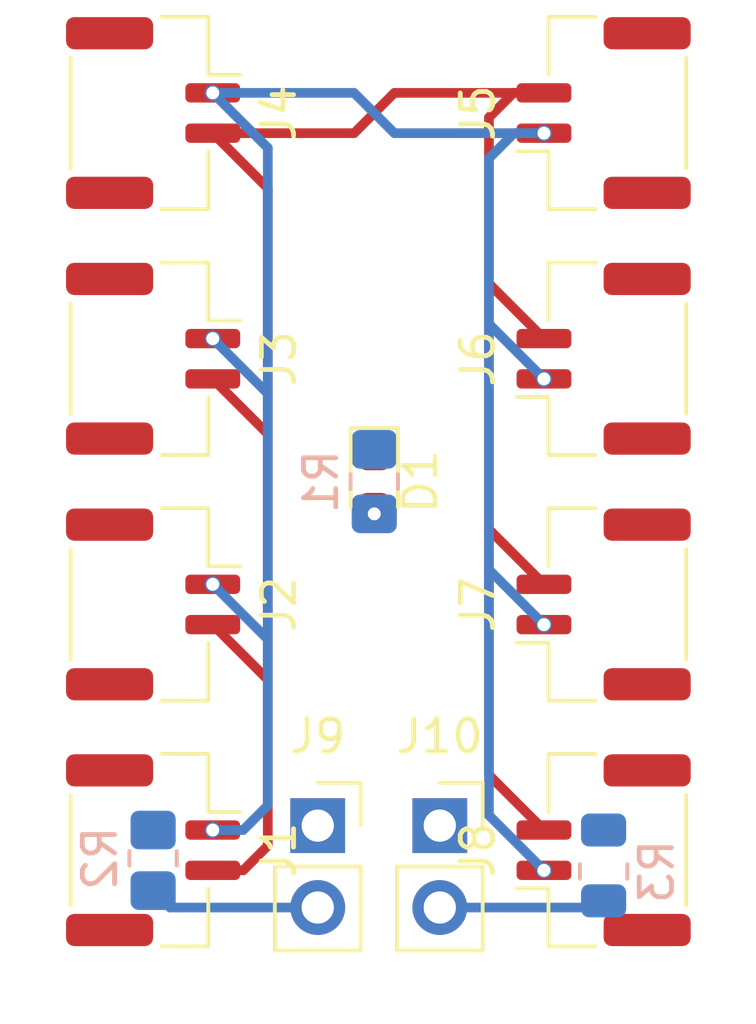
<source format=kicad_pcb>
(kicad_pcb (version 20221018) (generator pcbnew)
  (layers (0 "F.Cu" signal) (31 "B.Cu" signal) (34 "B.Paste" user) (35 "F.Paste" user) (36 "B.SilkS" user "B.Silkscreen") (37 "F.SilkS" user "F.Silkscreen") (38 "B.Mask" user) (39 "F.Mask" user) (44 "Edge.Cuts" user))
  (net 0 "")
  (net 1 "Net-(D1-A)")
  (net 2 "CAN-")
  (net 3 "CAN+")
  (net 4 "Net-(J10-Pin_2)")
  (net 5 "Net-(J9-Pin_2)")
  (footprint "Connector_JST:JST_GH_SM02B-GHS-TB_1x02-1MP_P1.25mm_Horizontal" (layer "F.Cu") (at 127 99.939 -90)
    (fp_text reference "J1" (at 0 -3.9 90) (layer "F.SilkS"))
    (fp_text value "can1")
    (fp_line (start -2.985 -1.71) (end -1.185 -1.71) (stroke (width 0.12)) (layer "F.SilkS"))
    (fp_line (start -2.985 -0.26) (end -2.985 -1.71) (stroke (width 0.12)) (layer "F.SilkS"))
    (fp_line (start -1.715 2.56) (end 1.715 2.56) (stroke (width 0.12)) (layer "F.SilkS"))
    (fp_line (start -1.185 -1.71) (end -1.185 -2.7) (stroke (width 0.12)) (layer "F.SilkS"))
    (fp_line (start 2.985 -1.71) (end 1.185 -1.71) (stroke (width 0.12)) (layer "F.SilkS"))
    (fp_line (start 2.985 -0.26) (end 2.985 -1.71) (stroke (width 0.12)) (layer "F.SilkS"))
    (pad "1" smd roundrect (at -0.625 -1.85 270) (size 0.6 1.7) (layers "F.Cu" "F.Paste" "F.Mask") (net 2 "CAN-"))
    (pad "2" smd roundrect (at 0.625 -1.85 270) (size 0.6 1.7) (layers "F.Cu" "F.Paste" "F.Mask") (net 3 "CAN+"))
    (pad "MP" smd roundrect (at -2.475 1.35 270) (size 1 2.7) (layers "F.Cu" "F.Paste" "F.Mask"))
    (pad "MP" smd roundrect (at 2.475 1.35 270) (size 1 2.7) (layers "F.Cu" "F.Paste" "F.Mask"))
  )
  (footprint "Connector_JST:JST_GH_SM02B-GHS-TB_1x02-1MP_P1.25mm_Horizontal" (layer "F.Cu") (at 127 84.699 -90)
    (fp_text reference "J3" (at 0 -3.9 90) (layer "F.SilkS"))
    (fp_text value "can3")
    (fp_line (start -2.985 -1.71) (end -1.185 -1.71) (stroke (width 0.12)) (layer "F.SilkS"))
    (fp_line (start -2.985 -0.26) (end -2.985 -1.71) (stroke (width 0.12)) (layer "F.SilkS"))
    (fp_line (start -1.715 2.56) (end 1.715 2.56) (stroke (width 0.12)) (layer "F.SilkS"))
    (fp_line (start -1.185 -1.71) (end -1.185 -2.7) (stroke (width 0.12)) (layer "F.SilkS"))
    (fp_line (start 2.985 -1.71) (end 1.185 -1.71) (stroke (width 0.12)) (layer "F.SilkS"))
    (fp_line (start 2.985 -0.26) (end 2.985 -1.71) (stroke (width 0.12)) (layer "F.SilkS"))
    (pad "1" smd roundrect (at -0.625 -1.85 270) (size 0.6 1.7) (layers "F.Cu" "F.Paste" "F.Mask") (net 2 "CAN-"))
    (pad "2" smd roundrect (at 0.625 -1.85 270) (size 0.6 1.7) (layers "F.Cu" "F.Paste" "F.Mask") (net 3 "CAN+"))
    (pad "MP" smd roundrect (at -2.475 1.35 270) (size 1 2.7) (layers "F.Cu" "F.Paste" "F.Mask"))
    (pad "MP" smd roundrect (at 2.475 1.35 270) (size 1 2.7) (layers "F.Cu" "F.Paste" "F.Mask"))
  )
  (footprint "Connector_JST:JST_GH_SM02B-GHS-TB_1x02-1MP_P1.25mm_Horizontal" (layer "F.Cu") (at 140.97 92.319 90)
    (fp_text reference "J7" (at 0 -3.9 90) (layer "F.SilkS"))
    (fp_text value "can7")
    (fp_line (start -2.985 -1.71) (end -1.185 -1.71) (stroke (width 0.12)) (layer "F.SilkS"))
    (fp_line (start -2.985 -0.26) (end -2.985 -1.71) (stroke (width 0.12)) (layer "F.SilkS"))
    (fp_line (start -1.715 2.56) (end 1.715 2.56) (stroke (width 0.12)) (layer "F.SilkS"))
    (fp_line (start -1.185 -1.71) (end -1.185 -2.7) (stroke (width 0.12)) (layer "F.SilkS"))
    (fp_line (start 2.985 -1.71) (end 1.185 -1.71) (stroke (width 0.12)) (layer "F.SilkS"))
    (fp_line (start 2.985 -0.26) (end 2.985 -1.71) (stroke (width 0.12)) (layer "F.SilkS"))
    (pad "1" smd roundrect (at -0.625 -1.85 90) (size 0.6 1.7) (layers "F.Cu" "F.Paste" "F.Mask") (net 2 "CAN-"))
    (pad "2" smd roundrect (at 0.625 -1.85 90) (size 0.6 1.7) (layers "F.Cu" "F.Paste" "F.Mask") (net 3 "CAN+"))
    (pad "MP" smd roundrect (at -2.475 1.35 90) (size 1 2.7) (layers "F.Cu" "F.Paste" "F.Mask"))
    (pad "MP" smd roundrect (at 2.475 1.35 90) (size 1 2.7) (layers "F.Cu" "F.Paste" "F.Mask"))
  )
  (footprint "Connector_JST:JST_GH_SM02B-GHS-TB_1x02-1MP_P1.25mm_Horizontal" (layer "F.Cu") (at 140.97 77.079 90)
    (fp_text reference "J5" (at 0 -3.9 90) (layer "F.SilkS"))
    (fp_text value "can5")
    (fp_line (start -2.985 -1.71) (end -1.185 -1.71) (stroke (width 0.12)) (layer "F.SilkS"))
    (fp_line (start -2.985 -0.26) (end -2.985 -1.71) (stroke (width 0.12)) (layer "F.SilkS"))
    (fp_line (start -1.715 2.56) (end 1.715 2.56) (stroke (width 0.12)) (layer "F.SilkS"))
    (fp_line (start -1.185 -1.71) (end -1.185 -2.7) (stroke (width 0.12)) (layer "F.SilkS"))
    (fp_line (start 2.985 -1.71) (end 1.185 -1.71) (stroke (width 0.12)) (layer "F.SilkS"))
    (fp_line (start 2.985 -0.26) (end 2.985 -1.71) (stroke (width 0.12)) (layer "F.SilkS"))
    (pad "1" smd roundrect (at -0.625 -1.85 90) (size 0.6 1.7) (layers "F.Cu" "F.Paste" "F.Mask") (net 2 "CAN-"))
    (pad "2" smd roundrect (at 0.625 -1.85 90) (size 0.6 1.7) (layers "F.Cu" "F.Paste" "F.Mask") (net 3 "CAN+"))
    (pad "MP" smd roundrect (at -2.475 1.35 90) (size 1 2.7) (layers "F.Cu" "F.Paste" "F.Mask"))
    (pad "MP" smd roundrect (at 2.475 1.35 90) (size 1 2.7) (layers "F.Cu" "F.Paste" "F.Mask"))
  )
  (footprint "Connector_PinSocket_2.54mm:PinSocket_1x02_P2.54mm_Vertical" (layer "F.Cu") (at 135.89 99.177)
    (fp_text reference "J10" (at 0 -2.77) (layer "F.SilkS"))
    (fp_text value "pin_RR")
    (fp_line (start -1.33 1.27) (end -1.33 3.87) (stroke (width 0.12)) (layer "F.SilkS"))
    (fp_line (start -1.33 1.27) (end 1.33 1.27) (stroke (width 0.12)) (layer "F.SilkS"))
    (fp_line (start -1.33 3.87) (end 1.33 3.87) (stroke (width 0.12)) (layer "F.SilkS"))
    (fp_line (start 0 -1.33) (end 1.33 -1.33) (stroke (width 0.12)) (layer "F.SilkS"))
    (fp_line (start 1.33 -1.33) (end 1.33 0) (stroke (width 0.12)) (layer "F.SilkS"))
    (fp_line (start 1.33 1.27) (end 1.33 3.87) (stroke (width 0.12)) (layer "F.SilkS"))
    (pad "1" thru_hole rect (at 0 0) (size 1.7 1.7) (drill 1) (layers "*.Cu" "*.Mask") (net 2 "CAN-"))
    (pad "2" thru_hole oval (at 0 2.54) (size 1.7 1.7) (drill 1) (layers "*.Cu" "*.Mask") (net 4 "Net-(J10-Pin_2)"))
  )
  (footprint "Connector_PinSocket_2.54mm:PinSocket_1x02_P2.54mm_Vertical" (layer "F.Cu") (at 132.105 99.177)
    (fp_text reference "J9" (at 0 -2.77) (layer "F.SilkS"))
    (fp_text value "pin_RR")
    (fp_line (start -1.33 1.27) (end -1.33 3.87) (stroke (width 0.12)) (layer "F.SilkS"))
    (fp_line (start -1.33 1.27) (end 1.33 1.27) (stroke (width 0.12)) (layer "F.SilkS"))
    (fp_line (start -1.33 3.87) (end 1.33 3.87) (stroke (width 0.12)) (layer "F.SilkS"))
    (fp_line (start 0 -1.33) (end 1.33 -1.33) (stroke (width 0.12)) (layer "F.SilkS"))
    (fp_line (start 1.33 -1.33) (end 1.33 0) (stroke (width 0.12)) (layer "F.SilkS"))
    (fp_line (start 1.33 1.27) (end 1.33 3.87) (stroke (width 0.12)) (layer "F.SilkS"))
    (pad "1" thru_hole rect (at 0 0) (size 1.7 1.7) (drill 1) (layers "*.Cu" "*.Mask") (net 3 "CAN+"))
    (pad "2" thru_hole oval (at 0 2.54) (size 1.7 1.7) (drill 1) (layers "*.Cu" "*.Mask") (net 5 "Net-(J9-Pin_2)"))
  )
  (footprint "Connector_JST:JST_GH_SM02B-GHS-TB_1x02-1MP_P1.25mm_Horizontal" (layer "F.Cu") (at 127 92.319 -90)
    (fp_text reference "J2" (at 0 -3.9 90) (layer "F.SilkS"))
    (fp_text value "can2")
    (fp_line (start -2.985 -1.71) (end -1.185 -1.71) (stroke (width 0.12)) (layer "F.SilkS"))
    (fp_line (start -2.985 -0.26) (end -2.985 -1.71) (stroke (width 0.12)) (layer "F.SilkS"))
    (fp_line (start -1.715 2.56) (end 1.715 2.56) (stroke (width 0.12)) (layer "F.SilkS"))
    (fp_line (start -1.185 -1.71) (end -1.185 -2.7) (stroke (width 0.12)) (layer "F.SilkS"))
    (fp_line (start 2.985 -1.71) (end 1.185 -1.71) (stroke (width 0.12)) (layer "F.SilkS"))
    (fp_line (start 2.985 -0.26) (end 2.985 -1.71) (stroke (width 0.12)) (layer "F.SilkS"))
    (pad "1" smd roundrect (at -0.625 -1.85 270) (size 0.6 1.7) (layers "F.Cu" "F.Paste" "F.Mask") (net 2 "CAN-"))
    (pad "2" smd roundrect (at 0.625 -1.85 270) (size 0.6 1.7) (layers "F.Cu" "F.Paste" "F.Mask") (net 3 "CAN+"))
    (pad "MP" smd roundrect (at -2.475 1.35 270) (size 1 2.7) (layers "F.Cu" "F.Paste" "F.Mask"))
    (pad "MP" smd roundrect (at 2.475 1.35 270) (size 1 2.7) (layers "F.Cu" "F.Paste" "F.Mask"))
  )
  (footprint "Connector_JST:JST_GH_SM02B-GHS-TB_1x02-1MP_P1.25mm_Horizontal" (layer "F.Cu") (at 140.97 99.939 90)
    (fp_text reference "J8" (at 0 -3.9 90) (layer "F.SilkS"))
    (fp_text value "can8")
    (fp_line (start -2.985 -1.71) (end -1.185 -1.71) (stroke (width 0.12)) (layer "F.SilkS"))
    (fp_line (start -2.985 -0.26) (end -2.985 -1.71) (stroke (width 0.12)) (layer "F.SilkS"))
    (fp_line (start -1.715 2.56) (end 1.715 2.56) (stroke (width 0.12)) (layer "F.SilkS"))
    (fp_line (start -1.185 -1.71) (end -1.185 -2.7) (stroke (width 0.12)) (layer "F.SilkS"))
    (fp_line (start 2.985 -1.71) (end 1.185 -1.71) (stroke (width 0.12)) (layer "F.SilkS"))
    (fp_line (start 2.985 -0.26) (end 2.985 -1.71) (stroke (width 0.12)) (layer "F.SilkS"))
    (pad "1" smd roundrect (at -0.625 -1.85 90) (size 0.6 1.7) (layers "F.Cu" "F.Paste" "F.Mask") (net 2 "CAN-"))
    (pad "2" smd roundrect (at 0.625 -1.85 90) (size 0.6 1.7) (layers "F.Cu" "F.Paste" "F.Mask") (net 3 "CAN+"))
    (pad "MP" smd roundrect (at -2.475 1.35 90) (size 1 2.7) (layers "F.Cu" "F.Paste" "F.Mask"))
    (pad "MP" smd roundrect (at 2.475 1.35 90) (size 1 2.7) (layers "F.Cu" "F.Paste" "F.Mask"))
  )
  (footprint "LED_SMD:LED_0603_1608Metric_Pad1.05x0.95mm_HandSolder" (layer "F.Cu") (at 133.858 88.509 -90)
    (fp_text reference "D1" (at 0 -1.43 90) (layer "F.SilkS"))
    (fp_text value "LED")
    (fp_line (start -1.66 -0.735) (end -1.66 0.735) (stroke (width 0.12)) (layer "F.SilkS"))
    (fp_line (start -1.66 0.735) (end 0.8 0.735) (stroke (width 0.12)) (layer "F.SilkS"))
    (fp_line (start 0.8 -0.735) (end -1.66 -0.735) (stroke (width 0.12)) (layer "F.SilkS"))
    (pad "1" smd roundrect (at -0.875 0 270) (size 1.05 0.95) (layers "F.Cu" "F.Paste" "F.Mask") (net 2 "CAN-"))
    (pad "2" smd roundrect (at 0.875 0 270) (size 1.05 0.95) (layers "F.Cu" "F.Paste" "F.Mask") (net 1 "Net-(D1-A)"))
  )
  (footprint "Connector_JST:JST_GH_SM02B-GHS-TB_1x02-1MP_P1.25mm_Horizontal" (layer "F.Cu") (at 127 77.079 -90)
    (fp_text reference "J4" (at 0 -3.9 90) (layer "F.SilkS"))
    (fp_text value "cna4")
    (fp_line (start -2.985 -1.71) (end -1.185 -1.71) (stroke (width 0.12)) (layer "F.SilkS"))
    (fp_line (start -2.985 -0.26) (end -2.985 -1.71) (stroke (width 0.12)) (layer "F.SilkS"))
    (fp_line (start -1.715 2.56) (end 1.715 2.56) (stroke (width 0.12)) (layer "F.SilkS"))
    (fp_line (start -1.185 -1.71) (end -1.185 -2.7) (stroke (width 0.12)) (layer "F.SilkS"))
    (fp_line (start 2.985 -1.71) (end 1.185 -1.71) (stroke (width 0.12)) (layer "F.SilkS"))
    (fp_line (start 2.985 -0.26) (end 2.985 -1.71) (stroke (width 0.12)) (layer "F.SilkS"))
    (pad "1" smd roundrect (at -0.625 -1.85 270) (size 0.6 1.7) (layers "F.Cu" "F.Paste" "F.Mask") (net 2 "CAN-"))
    (pad "2" smd roundrect (at 0.625 -1.85 270) (size 0.6 1.7) (layers "F.Cu" "F.Paste" "F.Mask") (net 3 "CAN+"))
    (pad "MP" smd roundrect (at -2.475 1.35 270) (size 1 2.7) (layers "F.Cu" "F.Paste" "F.Mask"))
    (pad "MP" smd roundrect (at 2.475 1.35 270) (size 1 2.7) (layers "F.Cu" "F.Paste" "F.Mask"))
  )
  (footprint "Connector_JST:JST_GH_SM02B-GHS-TB_1x02-1MP_P1.25mm_Horizontal" (layer "F.Cu") (at 140.97 84.699 90)
    (fp_text reference "J6" (at 0 -3.9 90) (layer "F.SilkS"))
    (fp_text value "can6")
    (fp_line (start -2.985 -1.71) (end -1.185 -1.71) (stroke (width 0.12)) (layer "F.SilkS"))
    (fp_line (start -2.985 -0.26) (end -2.985 -1.71) (stroke (width 0.12)) (layer "F.SilkS"))
    (fp_line (start -1.715 2.56) (end 1.715 2.56) (stroke (width 0.12)) (layer "F.SilkS"))
    (fp_line (start -1.185 -1.71) (end -1.185 -2.7) (stroke (width 0.12)) (layer "F.SilkS"))
    (fp_line (start 2.985 -1.71) (end 1.185 -1.71) (stroke (width 0.12)) (layer "F.SilkS"))
    (fp_line (start 2.985 -0.26) (end 2.985 -1.71) (stroke (width 0.12)) (layer "F.SilkS"))
    (pad "1" smd roundrect (at -0.625 -1.85 90) (size 0.6 1.7) (layers "F.Cu" "F.Paste" "F.Mask") (net 2 "CAN-"))
    (pad "2" smd roundrect (at 0.625 -1.85 90) (size 0.6 1.7) (layers "F.Cu" "F.Paste" "F.Mask") (net 3 "CAN+"))
    (pad "MP" smd roundrect (at -2.475 1.35 90) (size 1 2.7) (layers "F.Cu" "F.Paste" "F.Mask"))
    (pad "MP" smd roundrect (at 2.475 1.35 90) (size 1 2.7) (layers "F.Cu" "F.Paste" "F.Mask"))
  )
  (footprint "Resistor_SMD:R_0805_2012Metric_Pad1.20x1.40mm_HandSolder" (layer "B.Cu") (at 127 100.193 -90)
    (fp_text reference "R2" (at 0 1.65 90) (layer "B.SilkS") (effects (justify mirror)))
    (fp_text value "120")
    (fp_line (start -0.227064 -0.735) (end 0.227064 -0.735) (stroke (width 0.12)) (layer "B.SilkS"))
    (fp_line (start -0.227064 0.735) (end 0.227064 0.735) (stroke (width 0.12)) (layer "B.SilkS"))
    (pad "1" smd roundrect (at -0.879 0 270) (size 1.2 1.4) (layers "B.Cu" "B.Paste" "B.Mask") (roundrect_rratio 0.208333) (net 2 "CAN-"))
    (pad "2" smd roundrect (at 1 0 270) (size 1.2 1.4) (layers "B.Cu" "B.Paste" "B.Mask") (roundrect_rratio 0.208333) (net 5 "Net-(J9-Pin_2)"))
  )
  (footprint "Resistor_SMD:R_0805_2012Metric" (layer "B.Cu") (at 140.97 100.5975 90)
    (fp_text reference "R3" (at 0 1.65 90) (layer "B.SilkS") (effects (justify mirror)))
    (fp_text value "120")
    (fp_line (start -0.227064 -0.735) (end 0.227064 -0.735) (stroke (width 0.12)) (layer "B.SilkS"))
    (fp_line (start -0.227064 0.735) (end 0.227064 0.735) (stroke (width 0.12)) (layer "B.SilkS"))
    (pad "1" smd roundrect (at -0.9125 0 90) (size 1.025 1.4) (layers "B.Cu" "B.Paste" "B.Mask") (roundrect_rratio 0.243902) (net 4 "Net-(J10-Pin_2)"))
    (pad "2" smd roundrect (at 1.2835 0 90) (size 1.025 1.4) (layers "B.Cu" "B.Paste" "B.Mask") (roundrect_rratio 0.243902) (net 3 "CAN+"))
  )
  (footprint "Resistor_SMD:R_0805_2012Metric_Pad1.20x1.40mm_HandSolder" (layer "B.Cu") (at 133.858 88.509 -90)
    (fp_text reference "R1" (at 0 1.65 90) (layer "B.SilkS") (effects (justify mirror)))
    (fp_text value "1.5k")
    (fp_line (start -0.227064 -0.735) (end 0.227064 -0.735) (stroke (width 0.12)) (layer "B.SilkS"))
    (fp_line (start -0.227064 0.735) (end 0.227064 0.735) (stroke (width 0.12)) (layer "B.SilkS"))
    (pad "1" smd roundrect (at -1 0 270) (size 1.2 1.4) (layers "B.Cu" "B.Paste" "B.Mask") (roundrect_rratio 0.208333) (net 3 "CAN+"))
    (pad "2" smd roundrect (at 1 0 270) (size 1.2 1.4) (layers "B.Cu" "B.Paste" "B.Mask") (roundrect_rratio 0.208333) (net 1 "Net-(D1-A)"))
  )
  (via (at 133.858 89.509) (size 0.5) (drill 0.4) (layers "F.Cu" "B.Cu") (net 1))
  (via (at 139.12 92.944) (size 0.5) (drill 0.4) (layers "F.Cu" "B.Cu") (net 2))
  (via (at 128.85 99.314) (size 0.5) (drill 0.4) (layers "F.Cu" "B.Cu") (net 2))
  (via (at 128.85 84.074) (size 0.5) (drill 0.4) (layers "F.Cu" "B.Cu") (net 2))
  (via (at 139.12 100.564) (size 0.5) (drill 0.4) (layers "F.Cu" "B.Cu") (net 2))
  (via (at 139.12 85.324) (size 0.5) (drill 0.4) (layers "F.Cu" "B.Cu") (net 2))
  (via (at 128.85 91.694) (size 0.5) (drill 0.4) (layers "F.Cu" "B.Cu") (net 2))
  (via (at 128.85 76.454) (size 0.5) (drill 0.4) (layers "F.Cu" "B.Cu") (net 2))
  (via (at 139.12 77.704) (size 0.5) (drill 0.4) (layers "F.Cu" "B.Cu") (net 2))
  (segment (start 138.196 77.704) (end 137.414 78.486) (width 0.3) (layer "B.Cu") (net 2))
  (segment (start 128.85 99.314) (end 129.794 99.314) (width 0.3) (layer "B.Cu") (net 2))
  (segment (start 128.85 76.454) (end 133.233 76.454) (width 0.3) (layer "B.Cu") (net 2))
  (segment (start 137.414 98.858) (end 139.12 100.564) (width 0.3) (layer "B.Cu") (net 2))
  (segment (start 129.794 99.314) (end 130.556 98.552) (width 0.3) (layer "B.Cu") (net 2))
  (segment (start 139.12 77.704) (end 138.196 77.704) (width 0.3) (layer "B.Cu") (net 2))
  (segment (start 137.414 83.618) (end 137.414 91.238) (width 0.3) (layer "B.Cu") (net 2))
  (segment (start 134.483 77.704) (end 139.12 77.704) (width 0.3) (layer "B.Cu") (net 2))
  (segment (start 130.556 93.4) (end 128.85 91.694) (width 0.3) (layer "B.Cu") (net 2))
  (segment (start 130.556 85.78) (end 130.556 78.16) (width 0.3) (layer "B.Cu") (net 2))
  (segment (start 137.414 83.618) (end 139.12 85.324) (width 0.3) (layer "B.Cu") (net 2))
  (segment (start 137.414 91.238) (end 139.12 92.944) (width 0.3) (layer "B.Cu") (net 2))
  (segment (start 137.414 78.486) (end 137.414 83.618) (width 0.3) (layer "B.Cu") (net 2))
  (segment (start 130.556 85.78) (end 128.85 84.074) (width 0.3) (layer "B.Cu") (net 2))
  (segment (start 137.414 91.238) (end 137.414 98.858) (width 0.3) (layer "B.Cu") (net 2))
  (segment (start 130.556 98.552) (end 130.556 93.4) (width 0.3) (layer "B.Cu") (net 2))
  (segment (start 133.233 76.454) (end 134.483 77.704) (width 0.3) (layer "B.Cu") (net 2))
  (segment (start 130.556 78.16) (end 128.85 76.454) (width 0.3) (layer "B.Cu") (net 2))
  (segment (start 130.556 93.4) (end 130.556 85.78) (width 0.3) (layer "B.Cu") (net 2))
  (segment (start 130.556 79.41) (end 130.556 99.802) (width 0.3) (layer "F.Cu") (net 3))
  (segment (start 137.414 89.988) (end 137.414 97.608) (width 0.3) (layer "F.Cu") (net 3))
  (segment (start 137.414 82.368) (end 139.12 84.074) (width 0.3) (layer "F.Cu") (net 3))
  (segment (start 129.794 100.564) (end 128.85 100.564) (width 0.3) (layer "F.Cu") (net 3))
  (segment (start 130.556 99.802) (end 129.794 100.564) (width 0.3) (layer "F.Cu") (net 3))
  (segment (start 130.556 94.65) (end 128.85 92.944) (width 0.3) (layer "F.Cu") (net 3))
  (segment (start 128.85 77.704) (end 133.233 77.704) (width 0.3) (layer "F.Cu") (net 3))
  (segment (start 137.414 97.608) (end 139.12 99.314) (width 0.3) (layer "F.Cu") (net 3))
  (segment (start 139.12 76.454) (end 138.176 76.454) (width 0.3) (layer "F.Cu") (net 3))
  (segment (start 137.414 89.988) (end 139.12 91.694) (width 0.3) (layer "F.Cu") (net 3))
  (segment (start 130.556 87.03) (end 128.85 85.324) (width 0.3) (layer "F.Cu") (net 3))
  (segment (start 137.414 77.216) (end 137.414 82.368) (width 0.3) (layer "F.Cu") (net 3))
  (segment (start 128.85 77.704) (end 130.556 79.41) (width 0.3) (layer "F.Cu") (net 3))
  (segment (start 134.483 76.454) (end 139.12 76.454) (width 0.3) (layer "F.Cu") (net 3))
  (segment (start 138.176 76.454) (end 137.414 77.216) (width 0.3) (layer "F.Cu") (net 3))
  (segment (start 133.233 77.704) (end 134.483 76.454) (width 0.3) (layer "F.Cu") (net 3))
  (segment (start 137.414 82.368) (end 137.414 89.988) (width 0.3) (layer "F.Cu") (net 3))
  (segment (start 140.763 101.717) (end 140.97 101.51) (width 0.3) (layer "B.Cu") (net 4))
  (segment (start 135.89 101.717) (end 140.763 101.717) (width 0.3) (layer "B.Cu") (net 4))
  (segment (start 132.105 101.717) (end 127.524 101.717) (width 0.3) (layer "B.Cu") (net 5))
  (segment (start 127.524 101.717) (end 127 101.193) (width 0.3) (layer "B.Cu") (net 5))
)
</source>
